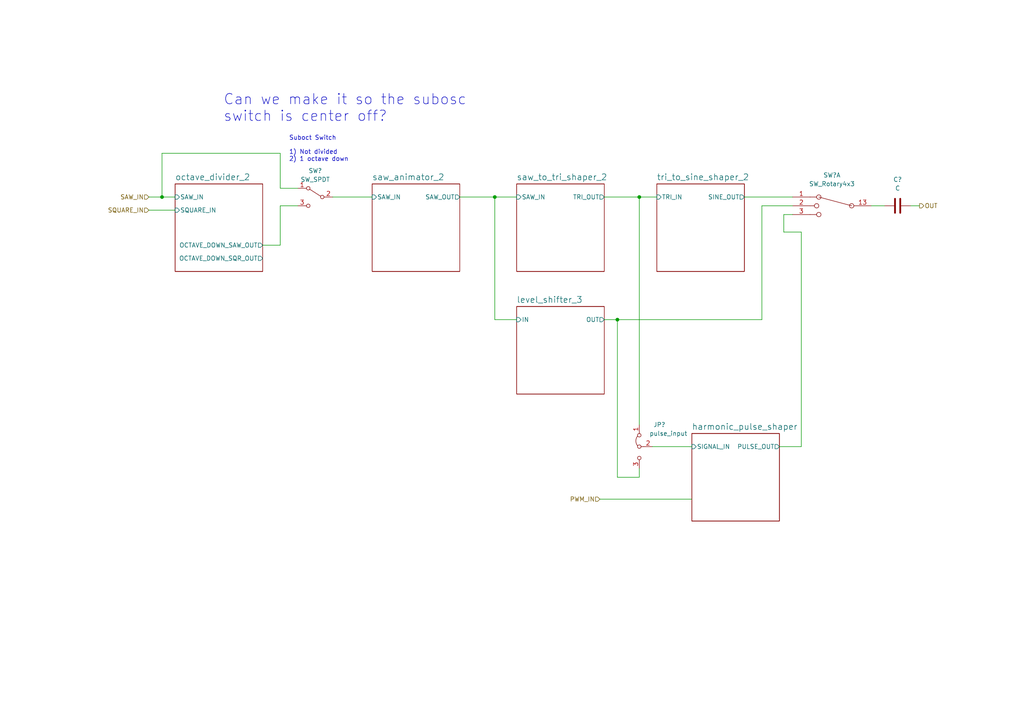
<source format=kicad_sch>
(kicad_sch (version 20211123) (generator eeschema)
  (paper "A4")
  (lib_symbols
    (symbol "Device:C" (pin_numbers hide) (pin_names (offset 0.254))
      (property "Reference" "C" (at 0.635 2.54 0))
      (property "Value" "C" (at 0.635 -2.54 0))
      (symbol "C_0_1"
        (polyline (pts (xy -2.032 -0.762) (xy 2.032 -0.762)) (stroke (width 0.508)))
        (polyline (pts (xy -2.032 0.762) (xy 2.032 0.762)) (stroke (width 0.508)))
      )
      (symbol "C_1_1"
        (pin passive line (at 0 3.81 270) (length 2.794) (name "~") (number "1"))
        (pin passive line (at 0 -3.81 90) (length 2.794) (name "~") (number "2"))
      )
    )
    (symbol "Jumper:Jumper_3_Bridged12" (pin_names (offset 0) hide)
      (property "Reference" "JP" (at -2.54 -2.54 0))
      (property "Value" "Jumper_3_Bridged12" (at 0 2.794 0))
      (symbol "Jumper_3_Bridged12_0_0"
        (circle (center -3.302 0) (radius 0.508))
        (circle (center 0 0) (radius 0.508))
        (circle (center 3.302 0) (radius 0.508))
      )
      (symbol "Jumper_3_Bridged12_0_1"
        (arc (start -0.254 0.508) (mid -1.651 0.9912) (end -3.048 0.508))
        (polyline (pts (xy 0 -1.27) (xy 0 -0.508)))
      )
      (symbol "Jumper_3_Bridged12_1_1"
        (pin passive line (at -6.35 0 0) (length 2.54) (name "A") (number "1"))
        (pin passive line (at 0 -3.81 90) (length 2.54) (name "C") (number "2"))
        (pin passive line (at 6.35 0 180) (length 2.54) (name "B") (number "3"))
      )
    )
    (symbol "Switch:SW_SPDT" (pin_names (offset 0) hide)
      (property "Reference" "SW" (at 0 4.318 0))
      (property "Value" "SW_SPDT" (at 0 -5.08 0))
      (symbol "SW_SPDT_0_0"
        (circle (center -2.032 0) (radius 0.508))
        (circle (center 2.032 -2.54) (radius 0.508))
      )
      (symbol "SW_SPDT_0_1"
        (polyline (pts (xy -1.524 0.254) (xy 1.651 2.286)))
        (circle (center 2.032 2.54) (radius 0.508))
      )
      (symbol "SW_SPDT_1_1"
        (pin passive line (at 5.08 2.54 180) (length 2.54) (name "A") (number "1"))
        (pin passive line (at -5.08 0 0) (length 2.54) (name "B") (number "2"))
        (pin passive line (at 5.08 -2.54 180) (length 2.54) (name "C") (number "3"))
      )
    )
    (symbol "custom_symbols:SW_Rotary4x3" (pin_names (offset 1.016) hide)
      (property "Reference" "SW?" (at -1.27 8.89 0))
      (property "Value" "SW_Rotary4x3" (at -1.27 6.35 0))
      (symbol "SW_Rotary4x3_0_0"
        (circle (center -4.445 0) (radius 0.635))
        (polyline (pts (xy -4.445 0) (xy 5.08 2.54)))
        (polyline (pts (xy 5.715 -2.54) (xy 7.62 -2.54)))
        (polyline (pts (xy 5.715 2.54) (xy 7.62 2.54)))
        (polyline (pts (xy 6.35 0) (xy 7.62 0)))
        (circle (center 5.08 -2.54) (radius 0.635))
        (circle (center 5.08 2.54) (radius 0.635))
        (circle (center 5.715 0) (radius 0.635))
      )
      (symbol "SW_Rotary4x3_1_1"
        (pin passive line (at 12.7 2.54 180) (length 5.08) (name "1") (number "1"))
        (pin passive line (at -10.16 0 0) (length 5.08) (name "13") (number "13"))
        (pin passive line (at 12.7 0 180) (length 5.08) (name "2") (number "2"))
        (pin passive line (at 12.7 -2.54 180) (length 5.08) (name "3") (number "3"))
      )
      (symbol "SW_Rotary4x3_2_1"
        (pin passive line (at -10.16 0 0) (length 5.08) (name "14") (number "14"))
        (pin passive line (at 12.7 2.54 180) (length 5.08) (name "4") (number "4"))
        (pin passive line (at 12.7 0 180) (length 5.08) (name "5") (number "5"))
        (pin passive line (at 12.7 -2.54 180) (length 5.08) (name "6") (number "6"))
      )
      (symbol "SW_Rotary4x3_3_1"
        (pin passive line (at -10.16 0 0) (length 5.08) (name "15") (number "15"))
        (pin passive line (at 12.7 2.54 180) (length 5.08) (name "7") (number "7"))
        (pin passive line (at 12.7 0 180) (length 5.08) (name "8") (number "8"))
        (pin passive line (at 12.7 -2.54 180) (length 5.08) (name "9") (number "9"))
      )
      (symbol "SW_Rotary4x3_4_1"
        (pin passive line (at 12.7 2.54 180) (length 5.08) (name "10") (number "10"))
        (pin passive line (at 12.7 0 180) (length 5.08) (name "11") (number "11"))
        (pin passive line (at 12.7 -2.54 180) (length 5.08) (name "12") (number "12"))
        (pin passive line (at -10.16 0 0) (length 5.08) (name "16") (number "16"))
      )
    )
  )
  (junction (at 143.51 57.15))
  (junction (at 179.07 92.71))
  (junction (at 185.42 57.15))
  (junction (at 46.99 57.15))
  (wire (pts (xy 76.2 71.12) (xy 81.28 71.12)))
  (wire (pts (xy 175.26 57.15) (xy 185.42 57.15)))
  (wire (pts (xy 43.18 57.15) (xy 46.99 57.15)))
  (wire (pts (xy 81.28 54.61) (xy 86.36 54.61)))
  (wire (pts (xy 220.98 59.69) (xy 229.87 59.69)))
  (wire (pts (xy 46.99 44.45) (xy 81.28 44.45)))
  (wire (pts (xy 175.26 92.71) (xy 179.07 92.71)))
  (wire (pts (xy 96.52 57.15) (xy 107.95 57.15)))
  (wire (pts (xy 220.98 92.71) (xy 220.98 59.69)))
  (wire (pts (xy 179.07 92.71) (xy 220.98 92.71)))
  (wire (pts (xy 185.42 138.43) (xy 179.07 138.43)))
  (wire (pts (xy 173.99 144.78) (xy 200.66 144.78)))
  (wire (pts (xy 185.42 57.15) (xy 185.42 123.19)))
  (wire (pts (xy 46.99 57.15) (xy 50.8 57.15)))
  (wire (pts (xy 143.51 57.15) (xy 149.86 57.15)))
  (wire (pts (xy 185.42 57.15) (xy 190.5 57.15)))
  (wire (pts (xy 189.23 129.54) (xy 200.66 129.54)))
  (wire (pts (xy 43.18 60.96) (xy 50.8 60.96)))
  (wire (pts (xy 81.28 44.45) (xy 81.28 54.61)))
  (wire (pts (xy 81.28 71.12) (xy 81.28 59.69)))
  (wire (pts (xy 227.33 62.23) (xy 229.87 62.23)))
  (wire (pts (xy 252.73 59.69) (xy 256.54 59.69)))
  (wire (pts (xy 215.9 57.15) (xy 229.87 57.15)))
  (wire (pts (xy 149.86 92.71) (xy 143.51 92.71)))
  (wire (pts (xy 143.51 92.71) (xy 143.51 57.15)))
  (wire (pts (xy 232.41 67.31) (xy 227.33 67.31)))
  (wire (pts (xy 133.35 57.15) (xy 143.51 57.15)))
  (wire (pts (xy 179.07 138.43) (xy 179.07 92.71)))
  (wire (pts (xy 46.99 57.15) (xy 46.99 44.45)))
  (wire (pts (xy 81.28 59.69) (xy 86.36 59.69)))
  (wire (pts (xy 232.41 129.54) (xy 232.41 67.31)))
  (wire (pts (xy 185.42 135.89) (xy 185.42 138.43)))
  (wire (pts (xy 227.33 67.31) (xy 227.33 62.23)))
  (wire (pts (xy 264.16 59.69) (xy 266.7 59.69)))
  (wire (pts (xy 226.06 129.54) (xy 232.41 129.54)))
  (text "Can we make it so the subosc \nswitch is center off?" (at 64.77 35.56 0) (effects (font (size 3 3)) (justify left bottom)))
  (text "Suboct Switch\n\n1) Not divided\n2) 1 octave down" (at 83.82 46.99 0) (effects (font (size 1.27 1.27)) (justify left bottom)))
  (hierarchical_label "PWM_IN" (shape input) (at 173.99 144.78 180))
  (hierarchical_label "SAW_IN" (shape input) (at 43.18 57.15 180))
  (hierarchical_label "SQUARE_IN" (shape input) (at 43.18 60.96 180))
  (hierarchical_label "OUT" (shape output) (at 266.7 59.69 0))
  (symbol (lib_id "custom_symbols:SW_Rotary4x3") (at 242.57 59.69 0) (mirror y) (unit 1)
    (property "Reference" "SW?" (at 241.3 50.8 0))
    (property "Value" "SW_Rotary4x3" (at 241.3 53.34 0))
  )
  (symbol (lib_id "Device:C") (at 260.35 59.69 90) (unit 1)
    (property "Reference" "C?" (at 260.35 52.07 90))
    (property "Value" "C" (at 260.35 54.61 90))
  )
  (symbol (lib_id "Switch:SW_SPDT") (at 91.44 57.15 0) (mirror y) (unit 1)
    (property "Reference" "SW?" (at 91.44 49.53 0))
    (property "Value" "SW_SPDT" (at 91.44 52.07 0))
  )
  (symbol (lib_id "Jumper:Jumper_3_Bridged12") (at 185.42 129.54 90) (mirror x) (unit 1)
    (property "Reference" "JP?" (at 193.04 123.19 90) (effects (justify left)))
    (property "Value" "pulse_input" (at 199.39 125.73 90) (effects (justify left)))
  )
  (sheet (at 50.8 53.34) (size 25.4 25.4) (stroke (width 0.1524))
    (property "Sheet name" "octave_divider_2" (at 50.8 52.3884 0) (effects (font (size 1.75 1.75)) (justify left bottom)))
    (property "Sheet file" "octave_divider.kicad_sch" (effects hide))
    (pin "SAW_IN" input (at 50.8 57.15 180))
    (pin "OCTAVE_DOWN_SAW_OUT" output (at 76.2 71.12 0))
    (pin "SQUARE_IN" input (at 50.8 60.96 180))
    (pin "OCTAVE_DOWN_SQR_OUT" output (at 76.2 74.93 0))
  )
  (sheet (at 190.5 53.34) (size 25.4 25.4) (stroke (width 0.1524))
    (property "Sheet name" "tri_to_sine_shaper_2" (at 190.5 52.3884 0) (effects (font (size 1.75 1.75)) (justify left bottom)))
    (property "Sheet file" "tri_to_sine_shaper.kicad_sch" (effects hide))
    (pin "TRI_IN" input (at 190.5 57.15 180))
    (pin "SINE_OUT" output (at 215.9 57.15 0))
  )
  (sheet (at 107.95 53.34) (size 25.4 25.4) (stroke (width 0.1524))
    (property "Sheet name" "saw_animator_2" (at 107.95 52.3884 0) (effects (font (size 1.75 1.75)) (justify left bottom)))
    (property "Sheet file" "saw_animator.kicad_sch" (effects hide))
    (pin "SAW_OUT" output (at 133.35 57.15 0))
    (pin "SAW_IN" input (at 107.95 57.15 180))
  )
  (sheet (at 200.66 125.73) (size 25.4 25.4) (stroke (width 0.1524))
    (property "Sheet name" "harmonic_pulse_shaper" (at 200.66 124.7784 0) (effects (font (size 1.75 1.75)) (justify left bottom)))
    (property "Sheet file" "harmonic_pulse_shaper.kicad_sch" (effects hide))
    (pin "PULSE_OUT" output (at 226.06 129.54 0))
    (pin "SIGNAL_IN" input (at 200.66 129.54 180))
  )
  (sheet (at 149.86 88.9) (size 25.4 25.4) (stroke (width 0.1524))
    (property "Sheet name" "level_shifter_3" (at 149.86 87.9484 0) (effects (font (size 1.75 1.75)) (justify left bottom)))
    (property "Sheet file" "level_shifter.kicad_sch" (effects hide))
    (pin "OUT" output (at 175.26 92.71 0))
    (pin "IN" input (at 149.86 92.71 180))
  )
  (sheet (at 149.86 53.34) (size 25.4 25.4) (stroke (width 0.1524))
    (property "Sheet name" "saw_to_tri_shaper_2" (at 149.86 52.3884 0) (effects (font (size 1.75 1.75)) (justify left bottom)))
    (property "Sheet file" "saw_to_tri_shaper.kicad_sch" (effects hide))
    (pin "SAW_IN" input (at 149.86 57.15 180))
    (pin "TRI_OUT" output (at 175.26 57.15 0))
  )
)
</source>
